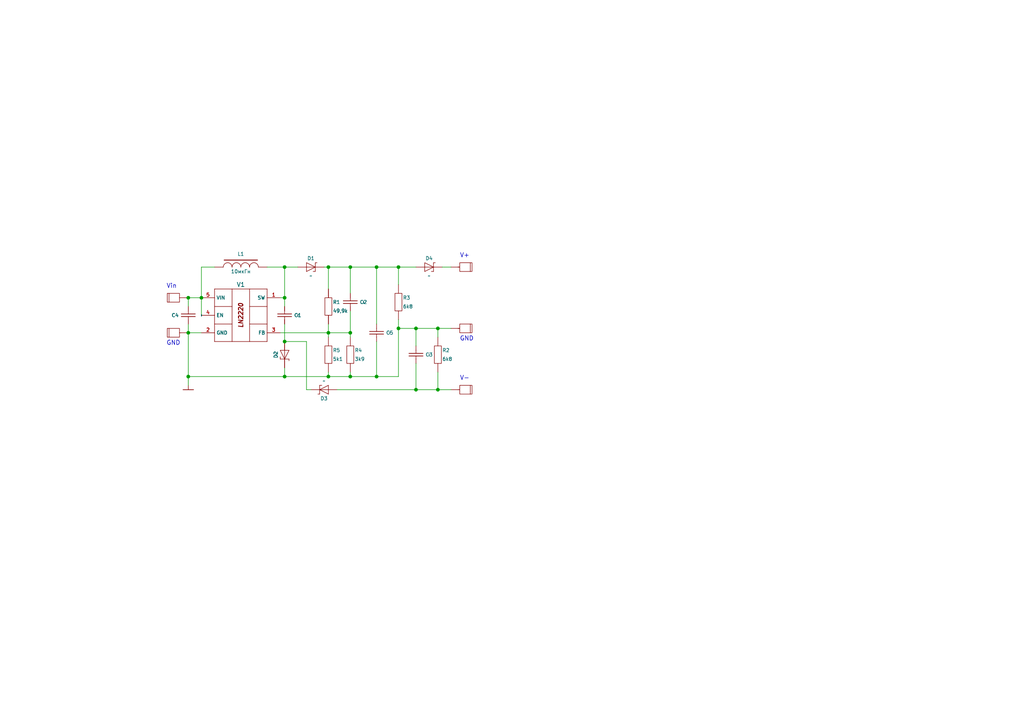
<source format=kicad_sch>
(kicad_sch (version 20230121) (generator eeschema)
  (paper "A4")
  (lib_symbols
    (symbol "CONN01PIN_1" (pin_numbers hide) (pin_names (offset 1.016))
      (property "Reference" "J" (at -1.27 2.54 0))
      (symbol "CONN01PIN_1_0_1"
        (rectangle (start -2.54 1.27) (end 1.016 -1.27))
        (polyline (pts (xy -3.048 0) (xy -2.54 0)))
        (polyline (pts (xy 0.508 1.27) (xy 0.508 -1.27)))
      )
      (symbol "CONN01PIN_1_1_1"
        (pin passive line (at -5.08 0 0) (length 2.54) (name "~") (number "1"))
      )
    )
    (symbol "_aa40_capacitors:C_CAP" (pin_numbers hide) (pin_names (offset 0) hide)
      (property "Reference" "C" (at 0 3.81 0))
      (property "Value" "C_CAP" (at 0 -3.81 0))
      (symbol "C_CAP_1_0"
        (polyline (pts (xy -1.27 0) (xy -0.381 0)))
        (polyline (pts (xy -0.381 -2.032) (xy -0.381 2.032)) (stroke (width 0.2032)))
        (polyline (pts (xy 0.381 -2.032) (xy 0.381 2.032)) (stroke (width 0.2032)))
        (polyline (pts (xy 1.27 0) (xy 0.381 0)))
      )
      (symbol "C_CAP_1_1"
        (pin passive line (at -2.54 0 0) (length 1.27) (name "~") (number "1"))
        (pin passive line (at 2.54 0 180) (length 1.27) (name "~") (number "2"))
      )
    )
    (symbol "_aa40_chips:LN2220_"
      (property "Reference" "U" (at 0 6.35 0))
      (symbol "LN2220__0_1"
        (polyline (pts (xy -7.62 -10.16) (xy 7.62 -10.16)))
        (polyline (pts (xy -7.62 -5.08) (xy -2.54 -5.08)))
        (polyline (pts (xy -7.62 0) (xy -2.54 0)))
        (polyline (pts (xy -7.62 5.08) (xy -7.62 -10.16)))
        (polyline (pts (xy -7.62 5.08) (xy 7.62 5.08)))
        (polyline (pts (xy -2.54 5.08) (xy -2.54 -10.16)))
        (polyline (pts (xy 2.54 -5.08) (xy 7.62 -5.08)))
        (polyline (pts (xy 2.54 0) (xy 7.62 0)))
        (polyline (pts (xy 2.54 5.08) (xy 2.54 -10.16)))
        (polyline (pts (xy 7.62 5.08) (xy 7.62 -10.16)))
        (text "LN2220" (at 0 -2.54 900) (effects (font (size 1.27 1.27) bold italic)))
      )
      (symbol "LN2220__1_1"
        (pin output line (at 11.43 2.54 180) (length 3.81) (name "SW") (number "1"))
        (pin power_in line (at -11.43 -7.62 0) (length 3.81) (name "GND") (number "2"))
        (pin input line (at 11.43 -7.62 180) (length 3.81) (name "FB") (number "3"))
        (pin input line (at -11.43 -2.54 0) (length 3.81) (name "EN") (number "4"))
        (pin input line (at -11.43 2.54 0) (length 3.81) (name "VIN") (number "5"))
        (pin input line (at 11.43 -2.54 180) (length 3.81) hide (name "NC") (number "6"))
      )
    )
    (symbol "_aa40_diodes:SCHOTTKY" (pin_numbers hide) (pin_names (offset 0) hide)
      (property "Reference" "VD" (at 0 2.54 0))
      (property "Value" "SCHOTTKY" (at 0 -2.54 0))
      (symbol "SCHOTTKY_1_1"
        (polyline (pts (xy -1.27 -1.27) (xy 1.27 0)))
        (polyline (pts (xy -1.27 0) (xy 1.27 0)))
        (polyline (pts (xy -1.27 1.27) (xy -1.27 -1.27)))
        (polyline (pts (xy -1.27 1.27) (xy 1.27 0)))
        (polyline (pts (xy 1.27 -1.27) (xy 0.635 -1.27)))
        (polyline (pts (xy 1.27 1.27) (xy 1.27 -1.27)))
        (polyline (pts (xy 1.27 1.27) (xy 1.778 1.27)))
        (pin passive line (at 3.81 0 180) (length 2.54) (name "C") (number "1"))
        (pin passive line (at -3.81 0 0) (length 2.54) (name "A") (number "2"))
      )
    )
    (symbol "_aa40_inductors:LFERR" (pin_numbers hide) (pin_names (offset 0) hide)
      (property "Reference" "L" (at 0 3.81 0))
      (property "Value" "LFERR" (at 0 -1.27 0))
      (symbol "LFERR_1_1"
        (arc (start -2.54 0) (mid -3.81 1.2645) (end -5.08 0))
        (arc (start 0 0) (mid -1.27 1.2645) (end -2.54 0))
        (polyline (pts (xy 4.826 2.032) (xy -4.826 2.032)) (stroke (width 0.254)))
        (arc (start 2.54 0) (mid 1.27 1.2645) (end 0 0))
        (arc (start 5.08 0) (mid 3.81 1.2645) (end 2.54 0))
        (pin passive line (at -7.62 0 0) (length 2.54) (name "~") (number "1"))
        (pin passive line (at 7.62 0 180) (length 2.54) (name "~") (number "2"))
      )
    )
    (symbol "_aa40_misc:CONN01PIN" (pin_numbers hide) (pin_names (offset 1.016))
      (property "Reference" "J" (at -1.27 2.54 0))
      (symbol "CONN01PIN_0_1"
        (rectangle (start -2.54 1.27) (end 1.016 -1.27))
        (polyline (pts (xy -3.048 0) (xy -2.54 0)))
        (polyline (pts (xy 0.508 1.27) (xy 0.508 -1.27)))
      )
      (symbol "CONN01PIN_1_1"
        (pin passive line (at -5.08 0 0) (length 2.54) (name "~") (number "1"))
      )
    )
    (symbol "_aa40_misc:GND" (power) (pin_numbers hide) (pin_names (offset 0) hide)
      (symbol "GND_1_1"
        (polyline (pts (xy -1.524 0) (xy 1.524 0)) (stroke (width 0.2032)))
        (pin power_in line (at 0 1.27 270) (length 1.27) (name "GND") (number "1"))
      )
    )
    (symbol "_aa40_resistors:R_RES" (pin_numbers hide) (pin_names (offset 0) hide)
      (property "Reference" "R" (at 0 2.54 0))
      (property "Value" "R_RES" (at 0 -2.54 0))
      (symbol "R_RES_0_1"
        (rectangle (start -2.54 1.016) (end 2.54 -1.016))
      )
      (symbol "R_RES_1_1"
        (pin passive line (at -5.08 0 0) (length 2.54) (name "~") (number "1"))
        (pin passive line (at 5.08 0 180) (length 2.54) (name "~") (number "2"))
      )
    )
  )
  (junction (at 127 95.25))
  (junction (at 54.61 96.52))
  (junction (at 120.65 113.03))
  (junction (at 95.25 109.22))
  (junction (at 109.22 77.47))
  (junction (at 127 113.03))
  (junction (at 95.25 96.52))
  (junction (at 82.55 77.47))
  (junction (at 82.55 109.22))
  (junction (at 54.61 109.22))
  (junction (at 58.42 86.36))
  (junction (at 101.6 77.47))
  (junction (at 54.61 86.36))
  (junction (at 115.57 95.25))
  (junction (at 120.65 95.25))
  (junction (at 82.55 86.36))
  (junction (at 95.25 77.47))
  (junction (at 101.6 109.22))
  (junction (at 109.22 109.22))
  (junction (at 82.55 99.06))
  (junction (at 101.6 96.52))
  (junction (at 115.57 77.47))
  (wire (pts (xy 128.27 77.47) (xy 130.81 77.47)))
  (wire (pts (xy 54.61 93.98) (xy 54.61 96.52)))
  (wire (pts (xy 120.65 100.33) (xy 120.65 95.25)))
  (wire (pts (xy 82.55 99.06) (xy 88.9 99.06)))
  (wire (pts (xy 101.6 109.22) (xy 109.22 109.22)))
  (wire (pts (xy 88.9 113.03) (xy 90.17 113.03)))
  (wire (pts (xy 115.57 109.22) (xy 115.57 95.25)))
  (wire (pts (xy 127 113.03) (xy 127 107.95)))
  (wire (pts (xy 95.25 97.79) (xy 95.25 96.52)))
  (wire (pts (xy 95.25 107.95) (xy 95.25 109.22)))
  (wire (pts (xy 82.55 93.98) (xy 82.55 99.06)))
  (wire (pts (xy 82.55 77.47) (xy 82.55 86.36)))
  (wire (pts (xy 101.6 90.17) (xy 101.6 96.52)))
  (wire (pts (xy 101.6 109.22) (xy 95.25 109.22)))
  (wire (pts (xy 54.61 96.52) (xy 58.42 96.52)))
  (wire (pts (xy 101.6 107.95) (xy 101.6 109.22)))
  (wire (pts (xy 115.57 92.71) (xy 115.57 95.25)))
  (wire (pts (xy 62.23 77.47) (xy 58.42 77.47)))
  (wire (pts (xy 58.42 77.47) (xy 58.42 86.36)))
  (wire (pts (xy 101.6 96.52) (xy 95.25 96.52)))
  (wire (pts (xy 82.55 109.22) (xy 54.61 109.22)))
  (wire (pts (xy 127 95.25) (xy 130.81 95.25)))
  (wire (pts (xy 109.22 99.06) (xy 109.22 109.22)))
  (wire (pts (xy 127 113.03) (xy 130.81 113.03)))
  (wire (pts (xy 54.61 109.22) (xy 54.61 111.76)))
  (wire (pts (xy 101.6 77.47) (xy 101.6 85.09)))
  (wire (pts (xy 95.25 77.47) (xy 95.25 83.82)))
  (wire (pts (xy 95.25 93.98) (xy 95.25 96.52)))
  (wire (pts (xy 109.22 109.22) (xy 115.57 109.22)))
  (wire (pts (xy 82.55 86.36) (xy 82.55 88.9)))
  (wire (pts (xy 93.98 77.47) (xy 95.25 77.47)))
  (wire (pts (xy 109.22 77.47) (xy 115.57 77.47)))
  (wire (pts (xy 95.25 77.47) (xy 101.6 77.47)))
  (wire (pts (xy 120.65 113.03) (xy 127 113.03)))
  (wire (pts (xy 115.57 77.47) (xy 115.57 82.55)))
  (wire (pts (xy 109.22 77.47) (xy 109.22 93.98)))
  (wire (pts (xy 109.22 77.47) (xy 101.6 77.47)))
  (wire (pts (xy 82.55 77.47) (xy 77.47 77.47)))
  (wire (pts (xy 101.6 97.79) (xy 101.6 96.52)))
  (wire (pts (xy 54.61 109.22) (xy 54.61 96.52)))
  (wire (pts (xy 97.79 113.03) (xy 120.65 113.03)))
  (wire (pts (xy 82.55 77.47) (xy 86.36 77.47)))
  (wire (pts (xy 115.57 95.25) (xy 120.65 95.25)))
  (wire (pts (xy 81.28 86.36) (xy 82.55 86.36)))
  (wire (pts (xy 82.55 106.68) (xy 82.55 109.22)))
  (wire (pts (xy 120.65 105.41) (xy 120.65 113.03)))
  (wire (pts (xy 81.28 96.52) (xy 95.25 96.52)))
  (wire (pts (xy 88.9 99.06) (xy 88.9 113.03)))
  (wire (pts (xy 120.65 95.25) (xy 127 95.25)))
  (wire (pts (xy 127 97.79) (xy 127 95.25)))
  (wire (pts (xy 54.61 86.36) (xy 54.61 88.9)))
  (wire (pts (xy 95.25 109.22) (xy 82.55 109.22)))
  (wire (pts (xy 115.57 77.47) (xy 120.65 77.47)))
  (wire (pts (xy 54.61 86.36) (xy 58.42 86.36)))
  (wire (pts (xy 58.42 86.36) (xy 58.42 91.44)))
  (text "Vin" (at 48.26 83.82 0) (effects (font (size 1.27 1.27)) (justify left bottom)))
  (text "V-" (at 133.35 110.49 0) (effects (font (size 1.27 1.27)) (justify left bottom)))
  (text "V+" (at 133.35 74.93 0) (effects (font (size 1.27 1.27)) (justify left bottom)))
  (text "GND" (at 48.26 100.33 0) (effects (font (size 1.27 1.27)) (justify left bottom)))
  (text "GND" (at 133.35 99.06 0) (effects (font (size 1.27 1.27)) (justify left bottom)))
  (symbol (lib_id "_aa40_capacitors:C_CAP") (at 54.61 91.44 90) (unit 1)
    (property "Reference" "C4" (at 50.8 91.44 90) (effects (font (size 1.016 1.016))))
    (property "Value" "~" (at 58.42 91.44 0) (effects (font (size 1.016 1.016))))
    (property "Footprint" "Capacitor_SMD:C_0805_2012Metric" (effects hide))
  )
  (symbol (lib_id "_aa40_diodes:SCHOTTKY") (at 93.98 113.03 180) (unit 1)
    (property "Reference" "D3" (at 93.98 115.57 0) (effects (font (size 1.016 1.016))))
    (property "Value" "~" (at 93.98 110.49 0) (effects (font (size 1.016 1.016))))
    (property "Footprint" "Diode_SMD:D_1206_3216Metric" (effects hide))
  )
  (symbol (lib_id "_aa40_capacitors:C_CAP") (at 109.22 96.52 90) (unit 1)
    (property "Reference" "C5" (at 113.03 96.52 90) (effects (font (size 1.016 1.016))))
    (property "Value" "~" (at 113.03 96.52 0) (effects (font (size 1.016 1.016))))
    (property "Footprint" "Capacitor_SMD:C_0805_2012Metric" (effects hide))
  )
  (symbol (lib_id "_aa40_misc:CONN01PIN") (at 49.53 96.52 180) (unit 1)
    (property "Reference" "J2" (effects hide))
    (property "Value" "CONN01PIN" (effects hide))
    (property "Footprint" "Connector_PinHeader_2.54mm:PinHeader_1x01_P2.54mm_Vertical" (effects hide))
  )
  (symbol (lib_id "_aa40_misc:CONN01PIN") (at 135.89 113.03 0) (unit 1)
    (property "Reference" "J5" (effects hide))
    (property "Value" "CONN01PIN" (effects hide))
    (property "Footprint" "Connector_PinHeader_2.54mm:PinHeader_1x01_P2.54mm_Vertical" (effects hide))
  )
  (symbol (lib_id "_aa40_diodes:SCHOTTKY") (at 82.55 102.87 270) (unit 1)
    (property "Reference" "D2" (at 80.01 102.87 0) (effects (font (size 1.016 1.016))))
    (property "Value" "~" (at 80.01 102.87 0) (effects (font (size 1.016 1.016))))
    (property "Footprint" "Diode_SMD:D_1206_3216Metric" (effects hide))
  )
  (symbol (lib_id "_aa40_resistors:R_RES") (at 101.6 102.87 90) (unit 1)
    (property "Reference" "R4" (at 102.87 101.6 90) (effects (font (size 1.016 1.016)) (justify right)))
    (property "Value" "3k9" (at 102.87 104.14 90) (effects (font (size 1.016 1.016)) (justify right)))
    (property "Footprint" "Resistor_SMD:R_0603_1608Metric" (effects hide))
  )
  (symbol (lib_id "_aa40_resistors:R_RES") (at 115.57 87.63 90) (unit 1)
    (property "Reference" "R3" (at 116.84 86.36 90) (effects (font (size 1.016 1.016)) (justify right)))
    (property "Value" "6k8" (at 116.84 88.9 90) (effects (font (size 1.016 1.016)) (justify right)))
    (property "Footprint" "Resistor_SMD:R_0805_2012Metric" (effects hide))
  )
  (symbol (lib_name "CONN01PIN_1") (lib_id "_aa40_misc:CONN01PIN") (at 49.53 86.36 180) (unit 1)
    (property "Reference" "J1" (effects hide))
    (property "Value" "CONN01PIN" (effects hide))
    (property "Footprint" "Connector_PinHeader_2.54mm:PinHeader_1x01_P2.54mm_Vertical" (effects hide))
  )
  (symbol (lib_id "_aa40_resistors:R_RES") (at 127 102.87 90) (unit 1)
    (property "Reference" "R2" (at 128.27 101.6 90) (effects (font (size 1.016 1.016)) (justify right)))
    (property "Value" "6k8" (at 128.27 104.14 90) (effects (font (size 1.016 1.016)) (justify right)))
    (property "Footprint" "Resistor_SMD:R_0805_2012Metric" (effects hide))
  )
  (symbol (lib_id "_aa40_resistors:R_RES") (at 95.25 88.9 90) (unit 1)
    (property "Reference" "R1" (at 96.52 87.63 90) (effects (font (size 1.016 1.016)) (justify right)))
    (property "Value" "49,9k" (at 96.52 90.17 90) (effects (font (size 1.016 1.016)) (justify right)))
    (property "Footprint" "Resistor_SMD:R_0603_1608Metric" (effects hide))
  )
  (symbol (lib_name "CONN01PIN_1") (lib_id "_aa40_misc:CONN01PIN") (at 135.89 77.47 0) (unit 1)
    (property "Reference" "J3" (effects hide))
    (property "Value" "CONN01PIN" (effects hide))
    (property "Footprint" "Connector_PinHeader_2.54mm:PinHeader_1x01_P2.54mm_Vertical" (effects hide))
  )
  (symbol (lib_id "_aa40_capacitors:C_CAP") (at 82.55 91.44 90) (unit 1)
    (property "Reference" "C1" (at 86.36 91.44 90) (effects (font (size 1.016 1.016))))
    (property "Value" "~" (at 86.36 91.44 0) (effects (font (size 1.016 1.016))))
    (property "Footprint" "Capacitor_SMD:C_0805_2012Metric" (effects hide))
  )
  (symbol (lib_id "_aa40_chips:LN2220_") (at 69.85 88.9 0) (unit 1)
    (property "Reference" "V1" (at 69.85 82.55 0))
    (property "Value" "LN2220_" (effects hide))
    (property "Footprint" "Package_TO_SOT_SMD:SOT-23-6" (effects hide))
    (property "Datasheet" "http://www.natlinear.com/uploadfiles/LNXT/LN2220_E.pdf" (effects hide))
  )
  (symbol (lib_id "_aa40_misc:GND") (at 54.61 113.03 0) (unit 1)
    (property "Reference" "#PWR01" (effects hide))
    (property "Value" "GND" (effects hide))
  )
  (symbol (lib_id "_aa40_resistors:R_RES") (at 95.25 102.87 90) (unit 1)
    (property "Reference" "R5" (at 96.52 101.6 90) (effects (font (size 1.016 1.016)) (justify right)))
    (property "Value" "5k1" (at 96.52 104.14 90) (effects (font (size 1.016 1.016)) (justify right)))
    (property "Footprint" "Resistor_SMD:R_0603_1608Metric" (effects hide))
  )
  (symbol (lib_id "_aa40_capacitors:C_CAP") (at 120.65 102.87 90) (unit 1)
    (property "Reference" "C3" (at 124.46 102.87 90) (effects (font (size 1.016 1.016))))
    (property "Value" "~" (at 124.46 102.87 0) (effects (font (size 1.016 1.016))))
    (property "Footprint" "Capacitor_SMD:C_0805_2012Metric" (effects hide))
  )
  (symbol (lib_id "_aa40_misc:CONN01PIN") (at 135.89 95.25 0) (unit 1)
    (property "Reference" "J4" (effects hide))
    (property "Value" "CONN01PIN" (effects hide))
    (property "Footprint" "Connector_PinHeader_2.54mm:PinHeader_1x01_P2.54mm_Vertical" (effects hide))
  )
  (symbol (lib_id "_aa40_capacitors:C_CAP") (at 101.6 87.63 90) (unit 1)
    (property "Reference" "C2" (at 105.41 87.63 90) (effects (font (size 1.016 1.016))))
    (property "Value" "~" (at 105.41 87.63 0) (effects (font (size 1.016 1.016))))
    (property "Footprint" "Capacitor_SMD:C_0603_1608Metric" (effects hide))
  )
  (symbol (lib_id "_aa40_diodes:SCHOTTKY") (at 90.17 77.47 0) (unit 1)
    (property "Reference" "D1" (at 90.17 74.93 0) (effects (font (size 1.016 1.016))))
    (property "Value" "~" (at 90.17 80.01 0) (effects (font (size 1.016 1.016))))
    (property "Footprint" "Diode_SMD:D_1206_3216Metric" (effects hide))
  )
  (symbol (lib_id "_aa40_diodes:SCHOTTKY") (at 124.46 77.47 0) (unit 1)
    (property "Reference" "D4" (at 124.46 74.93 0) (effects (font (size 1.016 1.016))))
    (property "Value" "~" (at 124.46 80.01 0) (effects (font (size 1.016 1.016))))
    (property "Footprint" "Diode_SMD:D_1206_3216Metric" (effects hide))
  )
  (symbol (lib_id "_aa40_inductors:LFERR") (at 69.85 77.47 0) (unit 1)
    (property "Reference" "L1" (at 69.85 73.66 0) (effects (font (size 1.016 1.016))))
    (property "Value" "10мкГн" (at 69.85 78.74 0) (effects (font (size 1.016 1.016))))
    (property "Footprint" "Inductor_SMD:L_Coilcraft_LPS5030" (effects hide))
  )
)
</source>
